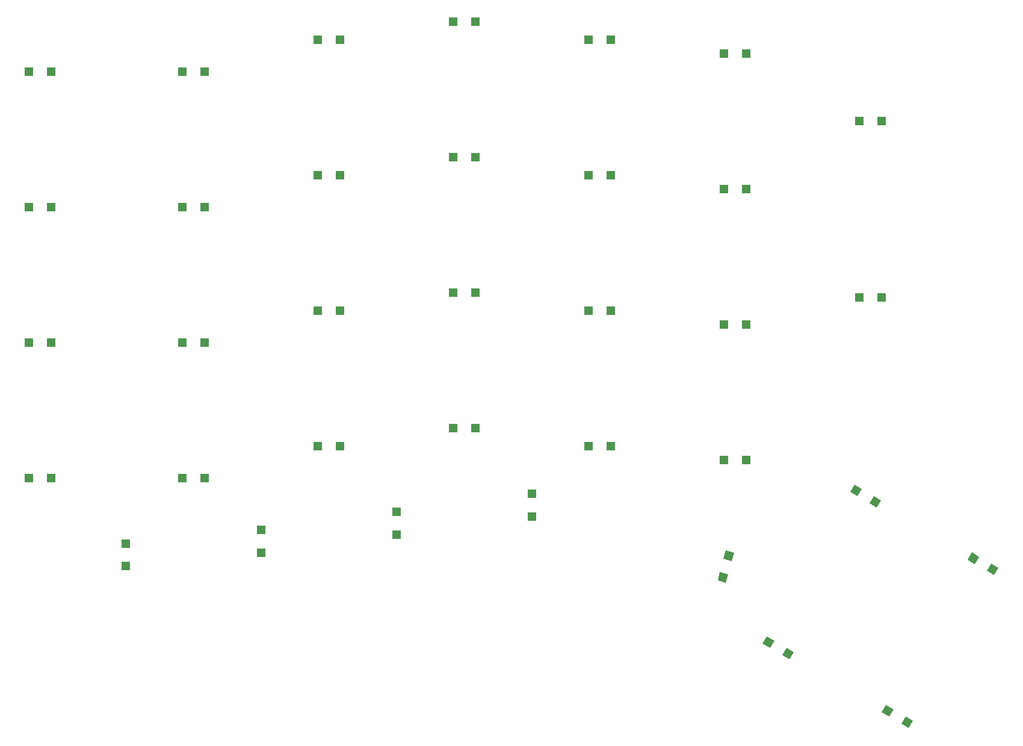
<source format=gtp>
G04 #@! TF.GenerationSoftware,KiCad,Pcbnew,(5.1.10-1-10_14)*
G04 #@! TF.CreationDate,2021-08-01T21:47:45+01:00*
G04 #@! TF.ProjectId,AsymLeft,4173796d-4c65-4667-942e-6b696361645f,1.0*
G04 #@! TF.SameCoordinates,Original*
G04 #@! TF.FileFunction,Paste,Top*
G04 #@! TF.FilePolarity,Positive*
%FSLAX46Y46*%
G04 Gerber Fmt 4.6, Leading zero omitted, Abs format (unit mm)*
G04 Created by KiCad (PCBNEW (5.1.10-1-10_14)) date 2021-08-01 21:47:45*
%MOMM*%
%LPD*%
G01*
G04 APERTURE LIST*
%ADD10R,1.200000X1.200000*%
%ADD11C,0.100000*%
G04 APERTURE END LIST*
D10*
X93015000Y-74930000D03*
X89865000Y-74930000D03*
X111455000Y-74930000D03*
X114605000Y-74930000D03*
X130505000Y-70485000D03*
X133655000Y-70485000D03*
X149555000Y-67945000D03*
X152705000Y-67945000D03*
X168605000Y-70485000D03*
X171755000Y-70485000D03*
X187655000Y-72390000D03*
X190805000Y-72390000D03*
X206705000Y-81915000D03*
X209855000Y-81915000D03*
X89865000Y-93980000D03*
X93015000Y-93980000D03*
X111455000Y-93980000D03*
X114605000Y-93980000D03*
X130505000Y-89535000D03*
X133655000Y-89535000D03*
X152705000Y-86995000D03*
X149555000Y-86995000D03*
X168605000Y-89535000D03*
X171755000Y-89535000D03*
X190805000Y-91440000D03*
X187655000Y-91440000D03*
X206705000Y-106680000D03*
X209855000Y-106680000D03*
X93015000Y-113030000D03*
X89865000Y-113030000D03*
X114605000Y-113030000D03*
X111455000Y-113030000D03*
X130505000Y-108585000D03*
X133655000Y-108585000D03*
X149555000Y-106045000D03*
X152705000Y-106045000D03*
X168605000Y-108585000D03*
X171755000Y-108585000D03*
X190805000Y-110490000D03*
X187655000Y-110490000D03*
D11*
G36*
X209828605Y-135187885D02*
G01*
X209228605Y-136227115D01*
X208189375Y-135627115D01*
X208789375Y-134587885D01*
X209828605Y-135187885D01*
G37*
G36*
X207100625Y-133612885D02*
G01*
X206500625Y-134652115D01*
X205461395Y-134052115D01*
X206061395Y-133012885D01*
X207100625Y-133612885D01*
G37*
D10*
X93015000Y-132080000D03*
X89865000Y-132080000D03*
X114605000Y-132080000D03*
X111455000Y-132080000D03*
X133655000Y-127635000D03*
X130505000Y-127635000D03*
X152705000Y-125095000D03*
X149555000Y-125095000D03*
X171755000Y-127635000D03*
X168605000Y-127635000D03*
X190805000Y-129540000D03*
X187655000Y-129540000D03*
D11*
G36*
X223610625Y-143137885D02*
G01*
X223010625Y-144177115D01*
X221971395Y-143577115D01*
X222571395Y-142537885D01*
X223610625Y-143137885D01*
G37*
G36*
X226338605Y-144712885D02*
G01*
X225738605Y-145752115D01*
X224699375Y-145152115D01*
X225299375Y-144112885D01*
X226338605Y-144712885D01*
G37*
D10*
X103505000Y-141300000D03*
X103505000Y-144450000D03*
X122555000Y-139395000D03*
X122555000Y-142545000D03*
X141605000Y-136855000D03*
X141605000Y-140005000D03*
X160655000Y-134315000D03*
X160655000Y-137465000D03*
D11*
G36*
X187128096Y-145312486D02*
G01*
X188287207Y-145623069D01*
X187976624Y-146782180D01*
X186817513Y-146471597D01*
X187128096Y-145312486D01*
G37*
G36*
X187943376Y-142269820D02*
G01*
X189102487Y-142580403D01*
X188791904Y-143739514D01*
X187632793Y-143428931D01*
X187943376Y-142269820D01*
G37*
G36*
X197509605Y-156523885D02*
G01*
X196909605Y-157563115D01*
X195870375Y-156963115D01*
X196470375Y-155923885D01*
X197509605Y-156523885D01*
G37*
G36*
X194781625Y-154948885D02*
G01*
X194181625Y-155988115D01*
X193142395Y-155388115D01*
X193742395Y-154348885D01*
X194781625Y-154948885D01*
G37*
G36*
X211545625Y-164600885D02*
G01*
X210945625Y-165640115D01*
X209906395Y-165040115D01*
X210506395Y-164000885D01*
X211545625Y-164600885D01*
G37*
G36*
X214273605Y-166175885D02*
G01*
X213673605Y-167215115D01*
X212634375Y-166615115D01*
X213234375Y-165575885D01*
X214273605Y-166175885D01*
G37*
M02*

</source>
